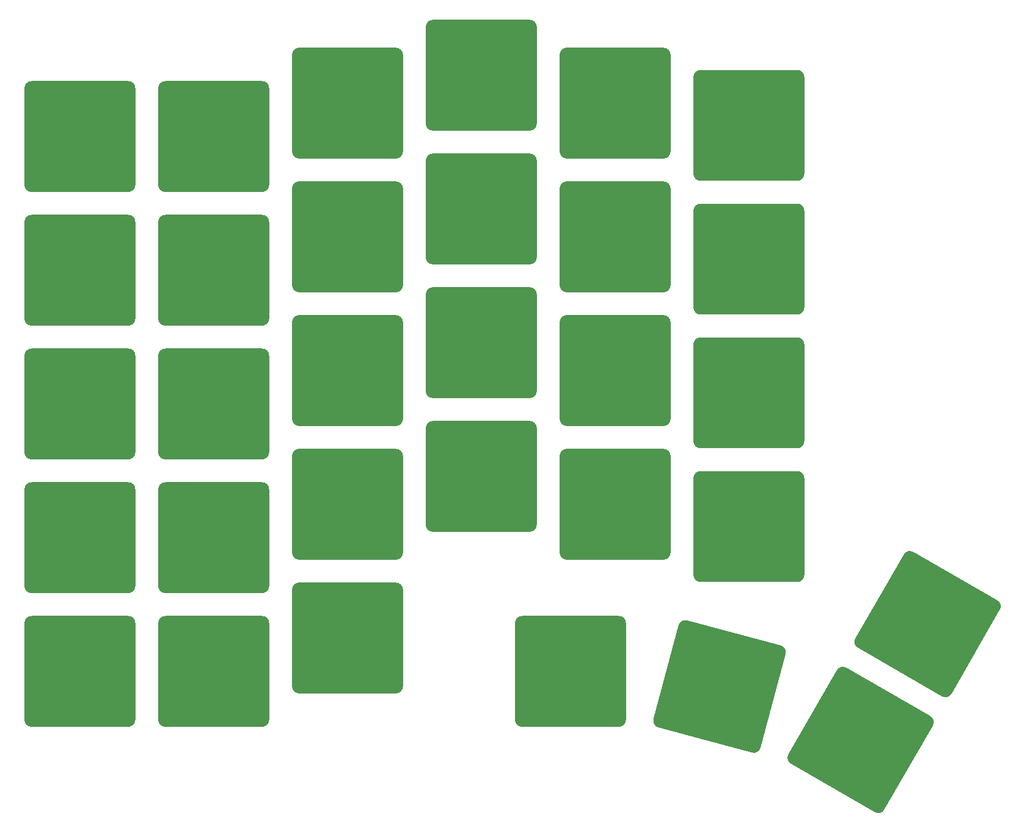
<source format=gbr>
G04 #@! TF.GenerationSoftware,KiCad,Pcbnew,(5.1.6)-1*
G04 #@! TF.CreationDate,2020-10-24T16:38:59+08:00*
G04 #@! TF.ProjectId,Cantaloupe_Plate,43616e74-616c-46f7-9570-655f506c6174,rev?*
G04 #@! TF.SameCoordinates,Original*
G04 #@! TF.FileFunction,Copper,L2,Bot*
G04 #@! TF.FilePolarity,Positive*
%FSLAX46Y46*%
G04 Gerber Fmt 4.6, Leading zero omitted, Abs format (unit mm)*
G04 Created by KiCad (PCBNEW (5.1.6)-1) date 2020-10-24 16:38:59*
%MOMM*%
%LPD*%
G01*
G04 APERTURE LIST*
G04 APERTURE END LIST*
G04 #@! TA.AperFunction,SMDPad,CuDef*
G36*
G01*
X326250151Y-134732939D02*
X319345551Y-146692057D01*
G75*
G02*
X317985809Y-147056399I-862042J497700D01*
G01*
X306026691Y-140151799D01*
G75*
G02*
X305662349Y-138792057I497700J862042D01*
G01*
X312566949Y-126832939D01*
G75*
G02*
X313926691Y-126468597I862042J-497700D01*
G01*
X325885809Y-133373197D01*
G75*
G02*
X326250151Y-134732939I-497700J-862042D01*
G01*
G37*
G04 #@! TD.AperFunction*
G04 #@! TA.AperFunction,SMDPad,CuDef*
G36*
G01*
X305281243Y-124524592D02*
X301707159Y-137863254D01*
G75*
G02*
X300488048Y-138567109I-961483J257628D01*
G01*
X287149386Y-134993025D01*
G75*
G02*
X286445531Y-133773914I257628J961483D01*
G01*
X290019615Y-120435252D01*
G75*
G02*
X291238726Y-119731397I961483J-257628D01*
G01*
X304577388Y-123305481D01*
G75*
G02*
X305281243Y-124524592I-257628J-961483D01*
G01*
G37*
G04 #@! TD.AperFunction*
G04 #@! TA.AperFunction,SMDPad,CuDef*
G36*
G01*
X307937500Y-99457900D02*
X307937500Y-113267100D01*
G75*
G02*
X306942100Y-114262500I-995400J0D01*
G01*
X293132900Y-114262500D01*
G75*
G02*
X292137500Y-113267100I0J995400D01*
G01*
X292137500Y-99457900D01*
G75*
G02*
X293132900Y-98462500I995400J0D01*
G01*
X306942100Y-98462500D01*
G75*
G02*
X307937500Y-99457900I0J-995400D01*
G01*
G37*
G04 #@! TD.AperFunction*
G04 #@! TA.AperFunction,SMDPad,CuDef*
G36*
G01*
X250787500Y-39132901D02*
X250787500Y-52942101D01*
G75*
G02*
X249792100Y-53937501I-995400J0D01*
G01*
X235982900Y-53937501D01*
G75*
G02*
X234987500Y-52942101I0J995400D01*
G01*
X234987500Y-39132901D01*
G75*
G02*
X235982900Y-38137501I995400J0D01*
G01*
X249792100Y-38137501D01*
G75*
G02*
X250787500Y-39132901I0J-995400D01*
G01*
G37*
G04 #@! TD.AperFunction*
G04 #@! TA.AperFunction,SMDPad,CuDef*
G36*
G01*
X250787501Y-115332900D02*
X250787501Y-129142100D01*
G75*
G02*
X249792101Y-130137500I-995400J0D01*
G01*
X235982901Y-130137500D01*
G75*
G02*
X234987501Y-129142100I0J995400D01*
G01*
X234987501Y-115332900D01*
G75*
G02*
X235982901Y-114337500I995400J0D01*
G01*
X249792101Y-114337500D01*
G75*
G02*
X250787501Y-115332900I0J-995400D01*
G01*
G37*
G04 #@! TD.AperFunction*
G04 #@! TA.AperFunction,SMDPad,CuDef*
G36*
G01*
X335775151Y-118235150D02*
X328870551Y-130194268D01*
G75*
G02*
X327510809Y-130558610I-862042J497700D01*
G01*
X315551691Y-123654010D01*
G75*
G02*
X315187349Y-122294268I497700J862042D01*
G01*
X322091949Y-110335150D01*
G75*
G02*
X323451691Y-109970808I862042J-497700D01*
G01*
X335410809Y-116875408D01*
G75*
G02*
X335775151Y-118235150I-497700J-862042D01*
G01*
G37*
G04 #@! TD.AperFunction*
G04 #@! TA.AperFunction,SMDPad,CuDef*
G36*
G01*
X288887500Y-96282899D02*
X288887500Y-110092099D01*
G75*
G02*
X287892100Y-111087499I-995400J0D01*
G01*
X274082900Y-111087499D01*
G75*
G02*
X273087500Y-110092099I0J995400D01*
G01*
X273087500Y-96282899D01*
G75*
G02*
X274082900Y-95287499I995400J0D01*
G01*
X287892100Y-95287499D01*
G75*
G02*
X288887500Y-96282899I0J-995400D01*
G01*
G37*
G04 #@! TD.AperFunction*
G04 #@! TA.AperFunction,SMDPad,CuDef*
G36*
G01*
X307937498Y-80407900D02*
X307937498Y-94217100D01*
G75*
G02*
X306942098Y-95212500I-995400J0D01*
G01*
X293132898Y-95212500D01*
G75*
G02*
X292137498Y-94217100I0J995400D01*
G01*
X292137498Y-80407900D01*
G75*
G02*
X293132898Y-79412500I995400J0D01*
G01*
X306942098Y-79412500D01*
G75*
G02*
X307937498Y-80407900I0J-995400D01*
G01*
G37*
G04 #@! TD.AperFunction*
G04 #@! TA.AperFunction,SMDPad,CuDef*
G36*
G01*
X307937500Y-61357901D02*
X307937500Y-75167101D01*
G75*
G02*
X306942100Y-76162501I-995400J0D01*
G01*
X293132900Y-76162501D01*
G75*
G02*
X292137500Y-75167101I0J995400D01*
G01*
X292137500Y-61357901D01*
G75*
G02*
X293132900Y-60362501I995400J0D01*
G01*
X306942100Y-60362501D01*
G75*
G02*
X307937500Y-61357901I0J-995400D01*
G01*
G37*
G04 #@! TD.AperFunction*
G04 #@! TA.AperFunction,SMDPad,CuDef*
G36*
G01*
X288887500Y-77232899D02*
X288887500Y-91042099D01*
G75*
G02*
X287892100Y-92037499I-995400J0D01*
G01*
X274082900Y-92037499D01*
G75*
G02*
X273087500Y-91042099I0J995400D01*
G01*
X273087500Y-77232899D01*
G75*
G02*
X274082900Y-76237499I995400J0D01*
G01*
X287892100Y-76237499D01*
G75*
G02*
X288887500Y-77232899I0J-995400D01*
G01*
G37*
G04 #@! TD.AperFunction*
G04 #@! TA.AperFunction,SMDPad,CuDef*
G36*
G01*
X212687500Y-43895400D02*
X212687500Y-57704600D01*
G75*
G02*
X211692100Y-58700000I-995400J0D01*
G01*
X197882900Y-58700000D01*
G75*
G02*
X196887500Y-57704600I0J995400D01*
G01*
X196887500Y-43895400D01*
G75*
G02*
X197882900Y-42900000I995400J0D01*
G01*
X211692100Y-42900000D01*
G75*
G02*
X212687500Y-43895400I0J-995400D01*
G01*
G37*
G04 #@! TD.AperFunction*
G04 #@! TA.AperFunction,SMDPad,CuDef*
G36*
G01*
X307937501Y-42307900D02*
X307937501Y-56117100D01*
G75*
G02*
X306942101Y-57112500I-995400J0D01*
G01*
X293132901Y-57112500D01*
G75*
G02*
X292137501Y-56117100I0J995400D01*
G01*
X292137501Y-42307900D01*
G75*
G02*
X293132901Y-41312500I995400J0D01*
G01*
X306942101Y-41312500D01*
G75*
G02*
X307937501Y-42307900I0J-995400D01*
G01*
G37*
G04 #@! TD.AperFunction*
G04 #@! TA.AperFunction,SMDPad,CuDef*
G36*
G01*
X288887499Y-58182900D02*
X288887499Y-71992100D01*
G75*
G02*
X287892099Y-72987500I-995400J0D01*
G01*
X274082899Y-72987500D01*
G75*
G02*
X273087499Y-71992100I0J995400D01*
G01*
X273087499Y-58182900D01*
G75*
G02*
X274082899Y-57187500I995400J0D01*
G01*
X287892099Y-57187500D01*
G75*
G02*
X288887499Y-58182900I0J-995400D01*
G01*
G37*
G04 #@! TD.AperFunction*
G04 #@! TA.AperFunction,SMDPad,CuDef*
G36*
G01*
X288887499Y-39132900D02*
X288887499Y-52942100D01*
G75*
G02*
X287892099Y-53937500I-995400J0D01*
G01*
X274082899Y-53937500D01*
G75*
G02*
X273087499Y-52942100I0J995400D01*
G01*
X273087499Y-39132900D01*
G75*
G02*
X274082899Y-38137500I995400J0D01*
G01*
X287892099Y-38137500D01*
G75*
G02*
X288887499Y-39132900I0J-995400D01*
G01*
G37*
G04 #@! TD.AperFunction*
G04 #@! TA.AperFunction,SMDPad,CuDef*
G36*
G01*
X282537500Y-120095400D02*
X282537500Y-133904600D01*
G75*
G02*
X281542100Y-134900000I-995400J0D01*
G01*
X267732900Y-134900000D01*
G75*
G02*
X266737500Y-133904600I0J995400D01*
G01*
X266737500Y-120095400D01*
G75*
G02*
X267732900Y-119100000I995400J0D01*
G01*
X281542100Y-119100000D01*
G75*
G02*
X282537500Y-120095400I0J-995400D01*
G01*
G37*
G04 #@! TD.AperFunction*
G04 #@! TA.AperFunction,SMDPad,CuDef*
G36*
G01*
X269837501Y-92314150D02*
X269837501Y-106123350D01*
G75*
G02*
X268842101Y-107118750I-995400J0D01*
G01*
X255032901Y-107118750D01*
G75*
G02*
X254037501Y-106123350I0J995400D01*
G01*
X254037501Y-92314150D01*
G75*
G02*
X255032901Y-91318750I995400J0D01*
G01*
X268842101Y-91318750D01*
G75*
G02*
X269837501Y-92314150I0J-995400D01*
G01*
G37*
G04 #@! TD.AperFunction*
G04 #@! TA.AperFunction,SMDPad,CuDef*
G36*
G01*
X269837501Y-73264149D02*
X269837501Y-87073349D01*
G75*
G02*
X268842101Y-88068749I-995400J0D01*
G01*
X255032901Y-88068749D01*
G75*
G02*
X254037501Y-87073349I0J995400D01*
G01*
X254037501Y-73264149D01*
G75*
G02*
X255032901Y-72268749I995400J0D01*
G01*
X268842101Y-72268749D01*
G75*
G02*
X269837501Y-73264149I0J-995400D01*
G01*
G37*
G04 #@! TD.AperFunction*
G04 #@! TA.AperFunction,SMDPad,CuDef*
G36*
G01*
X269837500Y-54214151D02*
X269837500Y-68023351D01*
G75*
G02*
X268842100Y-69018751I-995400J0D01*
G01*
X255032900Y-69018751D01*
G75*
G02*
X254037500Y-68023351I0J995400D01*
G01*
X254037500Y-54214151D01*
G75*
G02*
X255032900Y-53218751I995400J0D01*
G01*
X268842100Y-53218751D01*
G75*
G02*
X269837500Y-54214151I0J-995400D01*
G01*
G37*
G04 #@! TD.AperFunction*
G04 #@! TA.AperFunction,SMDPad,CuDef*
G36*
G01*
X269837501Y-35164150D02*
X269837501Y-48973350D01*
G75*
G02*
X268842101Y-49968750I-995400J0D01*
G01*
X255032901Y-49968750D01*
G75*
G02*
X254037501Y-48973350I0J995400D01*
G01*
X254037501Y-35164150D01*
G75*
G02*
X255032901Y-34168750I995400J0D01*
G01*
X268842101Y-34168750D01*
G75*
G02*
X269837501Y-35164150I0J-995400D01*
G01*
G37*
G04 #@! TD.AperFunction*
G04 #@! TA.AperFunction,SMDPad,CuDef*
G36*
G01*
X250787500Y-96282899D02*
X250787500Y-110092099D01*
G75*
G02*
X249792100Y-111087499I-995400J0D01*
G01*
X235982900Y-111087499D01*
G75*
G02*
X234987500Y-110092099I0J995400D01*
G01*
X234987500Y-96282899D01*
G75*
G02*
X235982900Y-95287499I995400J0D01*
G01*
X249792100Y-95287499D01*
G75*
G02*
X250787500Y-96282899I0J-995400D01*
G01*
G37*
G04 #@! TD.AperFunction*
G04 #@! TA.AperFunction,SMDPad,CuDef*
G36*
G01*
X250787500Y-77232899D02*
X250787500Y-91042099D01*
G75*
G02*
X249792100Y-92037499I-995400J0D01*
G01*
X235982900Y-92037499D01*
G75*
G02*
X234987500Y-91042099I0J995400D01*
G01*
X234987500Y-77232899D01*
G75*
G02*
X235982900Y-76237499I995400J0D01*
G01*
X249792100Y-76237499D01*
G75*
G02*
X250787500Y-77232899I0J-995400D01*
G01*
G37*
G04 #@! TD.AperFunction*
G04 #@! TA.AperFunction,SMDPad,CuDef*
G36*
G01*
X250787500Y-58182901D02*
X250787500Y-71992101D01*
G75*
G02*
X249792100Y-72987501I-995400J0D01*
G01*
X235982900Y-72987501D01*
G75*
G02*
X234987500Y-71992101I0J995400D01*
G01*
X234987500Y-58182901D01*
G75*
G02*
X235982900Y-57187501I995400J0D01*
G01*
X249792100Y-57187501D01*
G75*
G02*
X250787500Y-58182901I0J-995400D01*
G01*
G37*
G04 #@! TD.AperFunction*
G04 #@! TA.AperFunction,SMDPad,CuDef*
G36*
G01*
X231737499Y-120095402D02*
X231737499Y-133904602D01*
G75*
G02*
X230742099Y-134900002I-995400J0D01*
G01*
X216932899Y-134900002D01*
G75*
G02*
X215937499Y-133904602I0J995400D01*
G01*
X215937499Y-120095402D01*
G75*
G02*
X216932899Y-119100002I995400J0D01*
G01*
X230742099Y-119100002D01*
G75*
G02*
X231737499Y-120095402I0J-995400D01*
G01*
G37*
G04 #@! TD.AperFunction*
G04 #@! TA.AperFunction,SMDPad,CuDef*
G36*
G01*
X231737499Y-101045400D02*
X231737499Y-114854600D01*
G75*
G02*
X230742099Y-115850000I-995400J0D01*
G01*
X216932899Y-115850000D01*
G75*
G02*
X215937499Y-114854600I0J995400D01*
G01*
X215937499Y-101045400D01*
G75*
G02*
X216932899Y-100050000I995400J0D01*
G01*
X230742099Y-100050000D01*
G75*
G02*
X231737499Y-101045400I0J-995400D01*
G01*
G37*
G04 #@! TD.AperFunction*
G04 #@! TA.AperFunction,SMDPad,CuDef*
G36*
G01*
X231737501Y-81995400D02*
X231737501Y-95804600D01*
G75*
G02*
X230742101Y-96800000I-995400J0D01*
G01*
X216932901Y-96800000D01*
G75*
G02*
X215937501Y-95804600I0J995400D01*
G01*
X215937501Y-81995400D01*
G75*
G02*
X216932901Y-81000000I995400J0D01*
G01*
X230742101Y-81000000D01*
G75*
G02*
X231737501Y-81995400I0J-995400D01*
G01*
G37*
G04 #@! TD.AperFunction*
G04 #@! TA.AperFunction,SMDPad,CuDef*
G36*
G01*
X231737499Y-62945400D02*
X231737499Y-76754600D01*
G75*
G02*
X230742099Y-77750000I-995400J0D01*
G01*
X216932899Y-77750000D01*
G75*
G02*
X215937499Y-76754600I0J995400D01*
G01*
X215937499Y-62945400D01*
G75*
G02*
X216932899Y-61950000I995400J0D01*
G01*
X230742099Y-61950000D01*
G75*
G02*
X231737499Y-62945400I0J-995400D01*
G01*
G37*
G04 #@! TD.AperFunction*
G04 #@! TA.AperFunction,SMDPad,CuDef*
G36*
G01*
X231737500Y-43895399D02*
X231737500Y-57704599D01*
G75*
G02*
X230742100Y-58699999I-995400J0D01*
G01*
X216932900Y-58699999D01*
G75*
G02*
X215937500Y-57704599I0J995400D01*
G01*
X215937500Y-43895399D01*
G75*
G02*
X216932900Y-42899999I995400J0D01*
G01*
X230742100Y-42899999D01*
G75*
G02*
X231737500Y-43895399I0J-995400D01*
G01*
G37*
G04 #@! TD.AperFunction*
G04 #@! TA.AperFunction,SMDPad,CuDef*
G36*
G01*
X212687501Y-120095399D02*
X212687501Y-133904599D01*
G75*
G02*
X211692101Y-134899999I-995400J0D01*
G01*
X197882901Y-134899999D01*
G75*
G02*
X196887501Y-133904599I0J995400D01*
G01*
X196887501Y-120095399D01*
G75*
G02*
X197882901Y-119099999I995400J0D01*
G01*
X211692101Y-119099999D01*
G75*
G02*
X212687501Y-120095399I0J-995400D01*
G01*
G37*
G04 #@! TD.AperFunction*
G04 #@! TA.AperFunction,SMDPad,CuDef*
G36*
G01*
X212687501Y-101045400D02*
X212687501Y-114854600D01*
G75*
G02*
X211692101Y-115850000I-995400J0D01*
G01*
X197882901Y-115850000D01*
G75*
G02*
X196887501Y-114854600I0J995400D01*
G01*
X196887501Y-101045400D01*
G75*
G02*
X197882901Y-100050000I995400J0D01*
G01*
X211692101Y-100050000D01*
G75*
G02*
X212687501Y-101045400I0J-995400D01*
G01*
G37*
G04 #@! TD.AperFunction*
G04 #@! TA.AperFunction,SMDPad,CuDef*
G36*
G01*
X212687501Y-81995400D02*
X212687501Y-95804600D01*
G75*
G02*
X211692101Y-96800000I-995400J0D01*
G01*
X197882901Y-96800000D01*
G75*
G02*
X196887501Y-95804600I0J995400D01*
G01*
X196887501Y-81995400D01*
G75*
G02*
X197882901Y-81000000I995400J0D01*
G01*
X211692101Y-81000000D01*
G75*
G02*
X212687501Y-81995400I0J-995400D01*
G01*
G37*
G04 #@! TD.AperFunction*
G04 #@! TA.AperFunction,SMDPad,CuDef*
G36*
G01*
X212687500Y-62945401D02*
X212687500Y-76754601D01*
G75*
G02*
X211692100Y-77750001I-995400J0D01*
G01*
X197882900Y-77750001D01*
G75*
G02*
X196887500Y-76754601I0J995400D01*
G01*
X196887500Y-62945401D01*
G75*
G02*
X197882900Y-61950001I995400J0D01*
G01*
X211692100Y-61950001D01*
G75*
G02*
X212687500Y-62945401I0J-995400D01*
G01*
G37*
G04 #@! TD.AperFunction*
M02*

</source>
